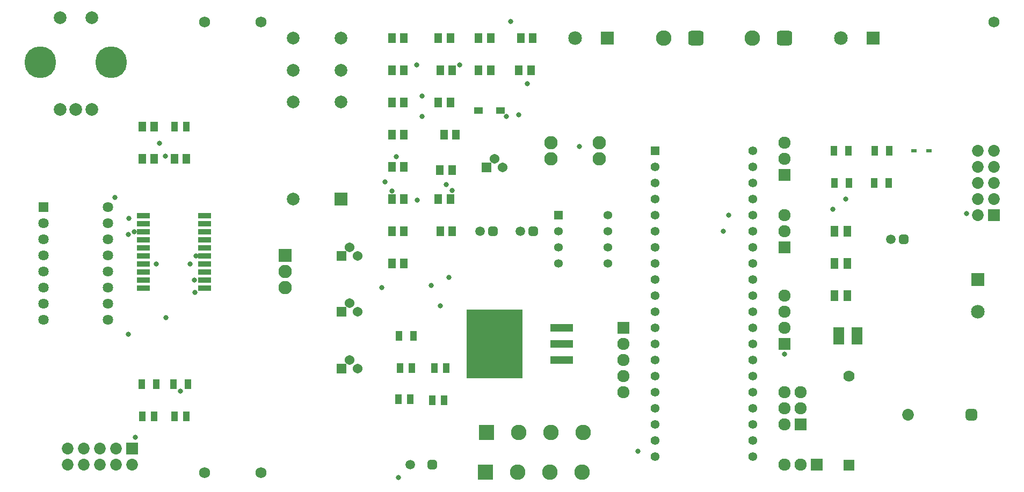
<source format=gbr>
G04*
G04 #@! TF.GenerationSoftware,Altium Limited,Altium Designer,22.4.2 (48)*
G04*
G04 Layer_Color=8388736*
%FSLAX25Y25*%
%MOIN*%
G70*
G04*
G04 #@! TF.SameCoordinates,2971098F-D652-4CA7-83C6-057752F44447*
G04*
G04*
G04 #@! TF.FilePolarity,Negative*
G04*
G01*
G75*
%ADD23R,0.06514X0.11048*%
%ADD25R,0.04737X0.06312*%
%ADD26R,0.08280X0.03556*%
%ADD27R,0.05328X0.03950*%
%ADD28R,0.14186X0.04737*%
%ADD29R,0.34658X0.42926*%
%ADD30R,0.04343X0.05918*%
%ADD31R,0.04540X0.06509*%
%ADD32R,0.03635X0.02454*%
%ADD33C,0.05918*%
G04:AMPARAMS|DCode=34|XSize=59.18mil|YSize=59.18mil|CornerRadius=16.8mil|HoleSize=0mil|Usage=FLASHONLY|Rotation=0.000|XOffset=0mil|YOffset=0mil|HoleType=Round|Shape=RoundedRectangle|*
%AMROUNDEDRECTD34*
21,1,0.05918,0.02559,0,0,0.0*
21,1,0.02559,0.05918,0,0,0.0*
1,1,0.03359,0.01280,-0.01280*
1,1,0.03359,-0.01280,-0.01280*
1,1,0.03359,-0.01280,0.01280*
1,1,0.03359,0.01280,0.01280*
%
%ADD34ROUNDEDRECTD34*%
%ADD35C,0.19698*%
%ADD36C,0.07887*%
%ADD37C,0.08477*%
%ADD38R,0.08477X0.08477*%
%ADD39C,0.09658*%
G04:AMPARAMS|DCode=40|XSize=96.58mil|YSize=96.58mil|CornerRadius=26.15mil|HoleSize=0mil|Usage=FLASHONLY|Rotation=180.000|XOffset=0mil|YOffset=0mil|HoleType=Round|Shape=RoundedRectangle|*
%AMROUNDEDRECTD40*
21,1,0.09658,0.04429,0,0,180.0*
21,1,0.04429,0.09658,0,0,180.0*
1,1,0.05229,-0.02215,0.02215*
1,1,0.05229,0.02215,0.02215*
1,1,0.05229,0.02215,-0.02215*
1,1,0.05229,-0.02215,-0.02215*
%
%ADD40ROUNDEDRECTD40*%
%ADD41C,0.06800*%
%ADD42C,0.07296*%
G04:AMPARAMS|DCode=43|XSize=72.96mil|YSize=72.96mil|CornerRadius=20.24mil|HoleSize=0mil|Usage=FLASHONLY|Rotation=0.000|XOffset=0mil|YOffset=0mil|HoleType=Round|Shape=RoundedRectangle|*
%AMROUNDEDRECTD43*
21,1,0.07296,0.03248,0,0,0.0*
21,1,0.03248,0.07296,0,0,0.0*
1,1,0.04048,0.01624,-0.01624*
1,1,0.04048,-0.01624,-0.01624*
1,1,0.04048,-0.01624,0.01624*
1,1,0.04048,0.01624,0.01624*
%
%ADD43ROUNDEDRECTD43*%
%ADD44C,0.07874*%
%ADD45R,0.07874X0.07874*%
%ADD46C,0.06048*%
%ADD47R,0.06048X0.06048*%
%ADD48R,0.07001X0.07001*%
%ADD49C,0.07001*%
%ADD50R,0.09599X0.09599*%
%ADD51C,0.09599*%
%ADD52C,0.06410*%
%ADD53R,0.06410X0.06410*%
%ADD54R,0.07296X0.07296*%
%ADD55R,0.07296X0.07296*%
%ADD56R,0.07591X0.07591*%
%ADD57C,0.07591*%
%ADD58R,0.07591X0.07591*%
%ADD59C,0.05461*%
%ADD60R,0.05461X0.05461*%
%ADD61R,0.08477X0.08477*%
%ADD62C,0.05359*%
%ADD63R,0.05359X0.05359*%
%ADD64C,0.08359*%
%ADD65R,0.08359X0.08359*%
%ADD66C,0.08300*%
%ADD67C,0.03300*%
D23*
X525000Y105000D02*
D03*
X513773D02*
D03*
D25*
X272480Y250000D02*
D03*
X265000D02*
D03*
X297480Y290000D02*
D03*
X290000D02*
D03*
X322480Y270000D02*
D03*
X315000D02*
D03*
X297480D02*
D03*
X290000D02*
D03*
X323740Y290000D02*
D03*
X316260D02*
D03*
X88740Y235000D02*
D03*
X81260D02*
D03*
X108740Y215000D02*
D03*
X101260D02*
D03*
X81260D02*
D03*
X88740D02*
D03*
X266000Y208000D02*
D03*
X273480D02*
D03*
X236260Y190000D02*
D03*
X243740D02*
D03*
X236260Y210000D02*
D03*
X243740D02*
D03*
X268520Y230000D02*
D03*
X276000D02*
D03*
X236260D02*
D03*
X243740D02*
D03*
X236260Y250000D02*
D03*
X243740D02*
D03*
X266260Y270000D02*
D03*
X273740D02*
D03*
X236260D02*
D03*
X243740D02*
D03*
X236260Y290000D02*
D03*
X243740D02*
D03*
X265000D02*
D03*
X272480D02*
D03*
X236260Y150000D02*
D03*
X243740D02*
D03*
X266260Y170000D02*
D03*
X273740D02*
D03*
X236260D02*
D03*
X243740D02*
D03*
X272480Y190000D02*
D03*
X265000D02*
D03*
D26*
X119898Y159500D02*
D03*
X82102Y179500D02*
D03*
Y174500D02*
D03*
Y169500D02*
D03*
Y164500D02*
D03*
Y159500D02*
D03*
Y154500D02*
D03*
Y149500D02*
D03*
Y144500D02*
D03*
Y139500D02*
D03*
Y134500D02*
D03*
X119898D02*
D03*
Y139500D02*
D03*
Y144500D02*
D03*
Y149500D02*
D03*
Y154500D02*
D03*
Y164500D02*
D03*
Y169500D02*
D03*
Y174500D02*
D03*
Y179500D02*
D03*
D27*
X290000Y245000D02*
D03*
X303780D02*
D03*
D28*
X341555Y90000D02*
D03*
Y100000D02*
D03*
Y110000D02*
D03*
D29*
X299823Y100000D02*
D03*
D30*
X101260Y235000D02*
D03*
X108740D02*
D03*
X88740Y55000D02*
D03*
X81260D02*
D03*
X108740D02*
D03*
X101260D02*
D03*
X109528Y75000D02*
D03*
X100472D02*
D03*
X80945D02*
D03*
X90000D02*
D03*
X510945Y200000D02*
D03*
X520000D02*
D03*
X510472Y220000D02*
D03*
X519528D02*
D03*
X535945D02*
D03*
X545000D02*
D03*
X535472Y200000D02*
D03*
X544528D02*
D03*
X262520Y85000D02*
D03*
X270000D02*
D03*
X241260D02*
D03*
X248740D02*
D03*
X240472Y105000D02*
D03*
X249528D02*
D03*
X261260Y65000D02*
D03*
X268740D02*
D03*
X240260Y65500D02*
D03*
X247740D02*
D03*
D31*
X511063Y130000D02*
D03*
X518937D02*
D03*
X511063Y150000D02*
D03*
X518937D02*
D03*
X511063Y170000D02*
D03*
X518937D02*
D03*
D32*
X569724Y220000D02*
D03*
X560276D02*
D03*
D33*
X247610Y25000D02*
D03*
X316063Y170000D02*
D03*
X546063Y165000D02*
D03*
X291063Y170000D02*
D03*
D34*
X261390Y25000D02*
D03*
X323937Y170000D02*
D03*
X553937Y165000D02*
D03*
X298937Y170000D02*
D03*
D35*
X17953Y275000D02*
D03*
X62047D02*
D03*
D36*
X49843Y302559D02*
D03*
X30157D02*
D03*
X40000Y245472D02*
D03*
X49843D02*
D03*
X30157D02*
D03*
D37*
X515000Y290000D02*
D03*
X350000D02*
D03*
X600000Y120000D02*
D03*
D38*
X535000Y290000D02*
D03*
X370000D02*
D03*
D39*
X460000D02*
D03*
X405000D02*
D03*
D40*
X480000D02*
D03*
X425000D02*
D03*
D41*
X120000Y20000D02*
D03*
Y300000D02*
D03*
X155000D02*
D03*
Y20000D02*
D03*
X610000Y300000D02*
D03*
D42*
X556630Y56000D02*
D03*
X75000Y25000D02*
D03*
X65000Y35000D02*
D03*
Y25000D02*
D03*
X55000Y35000D02*
D03*
Y25000D02*
D03*
X45000Y35000D02*
D03*
Y25000D02*
D03*
X35000Y35000D02*
D03*
Y25000D02*
D03*
X600000Y220000D02*
D03*
X610000D02*
D03*
X600000Y210000D02*
D03*
X610000D02*
D03*
X600000Y200000D02*
D03*
X610000D02*
D03*
X600000Y190000D02*
D03*
X610000D02*
D03*
X600000Y180000D02*
D03*
D43*
X596000Y56000D02*
D03*
D44*
X204528Y250079D02*
D03*
Y269921D02*
D03*
Y289764D02*
D03*
X175000Y250079D02*
D03*
Y269921D02*
D03*
Y289764D02*
D03*
Y190000D02*
D03*
D45*
X204528D02*
D03*
D46*
X305000Y209685D02*
D03*
X300000Y215000D02*
D03*
X210000Y90000D02*
D03*
X215000Y84685D02*
D03*
X210000Y160000D02*
D03*
X215000Y154685D02*
D03*
X210000Y125315D02*
D03*
X215000Y120000D02*
D03*
D47*
X295000Y209685D02*
D03*
X205000Y84685D02*
D03*
Y154685D02*
D03*
Y120000D02*
D03*
D48*
X520000Y24488D02*
D03*
D49*
Y80000D02*
D03*
D50*
X294289Y20400D02*
D03*
X295000Y45000D02*
D03*
D51*
X314289Y20400D02*
D03*
X334289D02*
D03*
X354289D02*
D03*
X315000Y45000D02*
D03*
X335000D02*
D03*
X355000D02*
D03*
D52*
X60000Y185000D02*
D03*
Y175000D02*
D03*
Y165000D02*
D03*
Y155000D02*
D03*
Y145000D02*
D03*
Y135000D02*
D03*
Y125000D02*
D03*
Y115000D02*
D03*
X20000D02*
D03*
Y125000D02*
D03*
Y135000D02*
D03*
Y145000D02*
D03*
Y155000D02*
D03*
Y165000D02*
D03*
Y175000D02*
D03*
D53*
Y185000D02*
D03*
D54*
X75000Y35000D02*
D03*
D55*
X610000Y180000D02*
D03*
D56*
X490000Y50000D02*
D03*
X480000Y205000D02*
D03*
X380000Y110000D02*
D03*
X480000Y160000D02*
D03*
Y100000D02*
D03*
D57*
Y50000D02*
D03*
X490000Y60000D02*
D03*
X480000D02*
D03*
X490000Y70000D02*
D03*
X480000D02*
D03*
Y215000D02*
D03*
Y225000D02*
D03*
X380000Y100000D02*
D03*
Y90000D02*
D03*
Y80000D02*
D03*
Y70000D02*
D03*
X480000Y170000D02*
D03*
Y180000D02*
D03*
Y110000D02*
D03*
Y120000D02*
D03*
Y130000D02*
D03*
X490000Y25000D02*
D03*
X480000D02*
D03*
D58*
X500000D02*
D03*
D59*
X460374Y220000D02*
D03*
Y210000D02*
D03*
Y200000D02*
D03*
Y190000D02*
D03*
Y180000D02*
D03*
Y170000D02*
D03*
Y160000D02*
D03*
Y150000D02*
D03*
Y140000D02*
D03*
Y130000D02*
D03*
Y120000D02*
D03*
Y110000D02*
D03*
Y100000D02*
D03*
Y90000D02*
D03*
Y80000D02*
D03*
Y70000D02*
D03*
Y60000D02*
D03*
Y50000D02*
D03*
Y40000D02*
D03*
Y30000D02*
D03*
X399626D02*
D03*
Y40000D02*
D03*
Y50000D02*
D03*
Y60000D02*
D03*
Y70000D02*
D03*
Y80000D02*
D03*
Y90000D02*
D03*
Y100000D02*
D03*
Y110000D02*
D03*
Y120000D02*
D03*
Y130000D02*
D03*
Y140000D02*
D03*
Y150000D02*
D03*
Y160000D02*
D03*
Y170000D02*
D03*
Y180000D02*
D03*
Y190000D02*
D03*
Y200000D02*
D03*
Y210000D02*
D03*
D60*
Y220000D02*
D03*
D61*
X600000Y140000D02*
D03*
D62*
X370374Y180000D02*
D03*
Y170000D02*
D03*
Y160000D02*
D03*
Y150000D02*
D03*
X339626D02*
D03*
Y160000D02*
D03*
Y170000D02*
D03*
D63*
Y180000D02*
D03*
D64*
X170000Y135000D02*
D03*
Y145000D02*
D03*
D65*
Y155000D02*
D03*
D66*
X335000Y215000D02*
D03*
Y225000D02*
D03*
X365000D02*
D03*
Y215000D02*
D03*
D67*
X441800Y170000D02*
D03*
X269880Y199000D02*
D03*
X236260Y195000D02*
D03*
X113500Y139500D02*
D03*
X278200Y273200D02*
D03*
X251560D02*
D03*
X273480Y195400D02*
D03*
X254900Y241100D02*
D03*
Y253900D02*
D03*
X307300Y241100D02*
D03*
X92100Y224700D02*
D03*
X239000Y216400D02*
D03*
X352500Y222500D02*
D03*
X260700Y136100D02*
D03*
X445300Y180000D02*
D03*
X388900Y33300D02*
D03*
X240260Y16840D02*
D03*
X510000Y183500D02*
D03*
X76950Y41900D02*
D03*
X95600Y216600D02*
D03*
X251900Y189300D02*
D03*
X232000Y200700D02*
D03*
X320300Y261700D02*
D03*
X480000Y93700D02*
D03*
X517900Y190000D02*
D03*
X592800Y180800D02*
D03*
X72800Y177800D02*
D03*
X76300Y169500D02*
D03*
X72750Y167750D02*
D03*
X64300Y190800D02*
D03*
X72500Y105800D02*
D03*
X90000Y149500D02*
D03*
X96000Y116200D02*
D03*
X114100Y131900D02*
D03*
X111100Y149500D02*
D03*
X114600Y154500D02*
D03*
X105000Y70700D02*
D03*
X315000Y242300D02*
D03*
X266260Y123500D02*
D03*
X271600Y141100D02*
D03*
X309900Y300100D02*
D03*
X230060Y135000D02*
D03*
M02*

</source>
